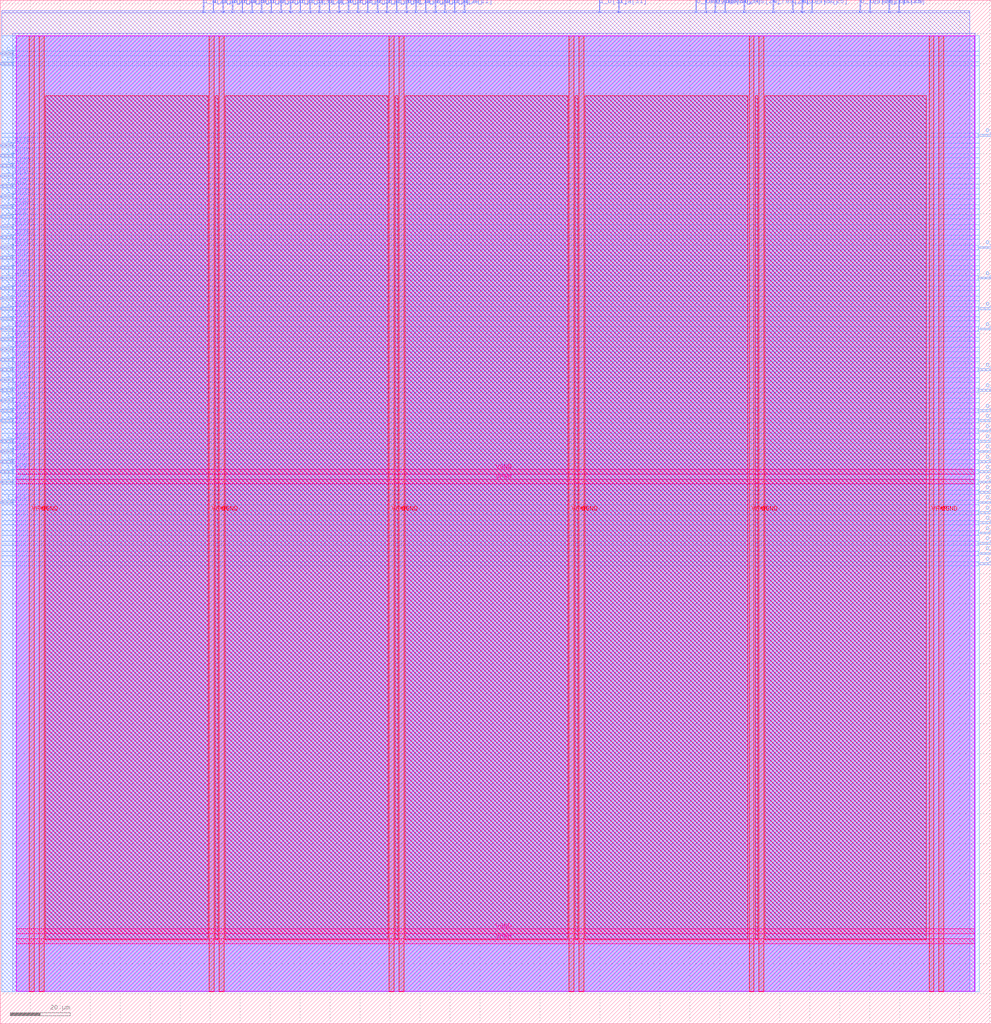
<source format=lef>
VERSION 5.7 ;
  NOWIREEXTENSIONATPIN ON ;
  DIVIDERCHAR "/" ;
  BUSBITCHARS "[]" ;
MACRO ALU
  CLASS BLOCK ;
  FOREIGN ALU ;
  ORIGIN 0.000 0.000 ;
  SIZE 330.455 BY 341.175 ;
  PIN VGND
    DIRECTION INOUT ;
    USE GROUND ;
    PORT
      LAYER met4 ;
        RECT 13.020 10.640 14.620 329.360 ;
    END
    PORT
      LAYER met4 ;
        RECT 73.020 10.640 74.620 329.360 ;
    END
    PORT
      LAYER met4 ;
        RECT 133.020 10.640 134.620 329.360 ;
    END
    PORT
      LAYER met4 ;
        RECT 193.020 10.640 194.620 329.360 ;
    END
    PORT
      LAYER met4 ;
        RECT 253.020 10.640 254.620 329.360 ;
    END
    PORT
      LAYER met4 ;
        RECT 313.020 10.640 314.620 329.360 ;
    END
    PORT
      LAYER met5 ;
        RECT 5.280 30.030 325.000 31.630 ;
    END
    PORT
      LAYER met5 ;
        RECT 5.280 183.210 325.000 184.810 ;
    END
  END VGND
  PIN VPWR
    DIRECTION INOUT ;
    USE POWER ;
    PORT
      LAYER met4 ;
        RECT 9.720 10.640 11.320 329.360 ;
    END
    PORT
      LAYER met4 ;
        RECT 69.720 10.640 71.320 329.360 ;
    END
    PORT
      LAYER met4 ;
        RECT 129.720 10.640 131.320 329.360 ;
    END
    PORT
      LAYER met4 ;
        RECT 189.720 10.640 191.320 329.360 ;
    END
    PORT
      LAYER met4 ;
        RECT 249.720 10.640 251.320 329.360 ;
    END
    PORT
      LAYER met4 ;
        RECT 309.720 10.640 311.320 329.360 ;
    END
    PORT
      LAYER met5 ;
        RECT 5.280 26.730 325.000 28.330 ;
    END
    PORT
      LAYER met5 ;
        RECT 5.280 179.910 325.000 181.510 ;
    END
  END VPWR
  PIN clk
    DIRECTION INPUT ;
    USE SIGNAL ;
    ANTENNAGATEAREA 0.852000 ;
    PORT
      LAYER met3 ;
        RECT 0.000 323.040 4.000 323.640 ;
    END
  END clk
  PIN i_a[0]
    DIRECTION INPUT ;
    USE SIGNAL ;
    ANTENNAGATEAREA 0.196500 ;
    PORT
      LAYER met3 ;
        RECT 0.000 190.440 4.000 191.040 ;
    END
  END i_a[0]
  PIN i_a[10]
    DIRECTION INPUT ;
    USE SIGNAL ;
    ANTENNAGATEAREA 0.196500 ;
    PORT
      LAYER met3 ;
        RECT 0.000 292.440 4.000 293.040 ;
    END
  END i_a[10]
  PIN i_a[11]
    DIRECTION INPUT ;
    USE SIGNAL ;
    ANTENNAGATEAREA 0.196500 ;
    PORT
      LAYER met2 ;
        RECT 154.650 337.175 154.930 341.175 ;
    END
  END i_a[11]
  PIN i_a[12]
    DIRECTION INPUT ;
    USE SIGNAL ;
    ANTENNAGATEAREA 0.196500 ;
    PORT
      LAYER met3 ;
        RECT 0.000 207.440 4.000 208.040 ;
    END
  END i_a[12]
  PIN i_a[13]
    DIRECTION INPUT ;
    USE SIGNAL ;
    ANTENNAGATEAREA 0.196500 ;
    PORT
      LAYER met2 ;
        RECT 122.450 337.175 122.730 341.175 ;
    END
  END i_a[13]
  PIN i_a[14]
    DIRECTION INPUT ;
    USE SIGNAL ;
    ANTENNAGATEAREA 0.196500 ;
    PORT
      LAYER met2 ;
        RECT 135.330 337.175 135.610 341.175 ;
    END
  END i_a[14]
  PIN i_a[15]
    DIRECTION INPUT ;
    USE SIGNAL ;
    ANTENNAGATEAREA 0.196500 ;
    PORT
      LAYER met3 ;
        RECT 0.000 251.640 4.000 252.240 ;
    END
  END i_a[15]
  PIN i_a[16]
    DIRECTION INPUT ;
    USE SIGNAL ;
    ANTENNAGATEAREA 0.196500 ;
    PORT
      LAYER met3 ;
        RECT 0.000 261.840 4.000 262.440 ;
    END
  END i_a[16]
  PIN i_a[17]
    DIRECTION INPUT ;
    USE SIGNAL ;
    ANTENNAGATEAREA 0.196500 ;
    PORT
      LAYER met2 ;
        RECT 144.990 337.175 145.270 341.175 ;
    END
  END i_a[17]
  PIN i_a[18]
    DIRECTION INPUT ;
    USE SIGNAL ;
    ANTENNAGATEAREA 0.196500 ;
    PORT
      LAYER met2 ;
        RECT 112.790 337.175 113.070 341.175 ;
    END
  END i_a[18]
  PIN i_a[19]
    DIRECTION INPUT ;
    USE SIGNAL ;
    ANTENNAGATEAREA 0.196500 ;
    PORT
      LAYER met3 ;
        RECT 0.000 289.040 4.000 289.640 ;
    END
  END i_a[19]
  PIN i_a[1]
    DIRECTION INPUT ;
    USE SIGNAL ;
    ANTENNAGATEAREA 0.196500 ;
    PORT
      LAYER met3 ;
        RECT 0.000 173.440 4.000 174.040 ;
    END
  END i_a[1]
  PIN i_a[20]
    DIRECTION INPUT ;
    USE SIGNAL ;
    ANTENNAGATEAREA 0.196500 ;
    PORT
      LAYER met3 ;
        RECT 0.000 285.640 4.000 286.240 ;
    END
  END i_a[20]
  PIN i_a[21]
    DIRECTION INPUT ;
    USE SIGNAL ;
    ANTENNAGATEAREA 0.196500 ;
    PORT
      LAYER met2 ;
        RECT 67.710 337.175 67.990 341.175 ;
    END
  END i_a[21]
  PIN i_a[22]
    DIRECTION INPUT ;
    USE SIGNAL ;
    ANTENNAGATEAREA 0.196500 ;
    PORT
      LAYER met2 ;
        RECT 90.250 337.175 90.530 341.175 ;
    END
  END i_a[22]
  PIN i_a[23]
    DIRECTION INPUT ;
    USE SIGNAL ;
    ANTENNAGATEAREA 0.196500 ;
    PORT
      LAYER met2 ;
        RECT 138.550 337.175 138.830 341.175 ;
    END
  END i_a[23]
  PIN i_a[24]
    DIRECTION INPUT ;
    USE SIGNAL ;
    ANTENNAGATEAREA 0.196500 ;
    PORT
      LAYER met2 ;
        RECT 141.770 337.175 142.050 341.175 ;
    END
  END i_a[24]
  PIN i_a[25]
    DIRECTION INPUT ;
    USE SIGNAL ;
    ANTENNAGATEAREA 0.196500 ;
    PORT
      LAYER met2 ;
        RECT 128.890 337.175 129.170 341.175 ;
    END
  END i_a[25]
  PIN i_a[26]
    DIRECTION INPUT ;
    USE SIGNAL ;
    ANTENNAGATEAREA 0.196500 ;
    PORT
      LAYER met2 ;
        RECT 125.670 337.175 125.950 341.175 ;
    END
  END i_a[26]
  PIN i_a[27]
    DIRECTION INPUT ;
    USE SIGNAL ;
    ANTENNAGATEAREA 0.196500 ;
    PORT
      LAYER met2 ;
        RECT 119.230 337.175 119.510 341.175 ;
    END
  END i_a[27]
  PIN i_a[28]
    DIRECTION INPUT ;
    USE SIGNAL ;
    ANTENNAGATEAREA 0.196500 ;
    PORT
      LAYER met2 ;
        RECT 116.010 337.175 116.290 341.175 ;
    END
  END i_a[28]
  PIN i_a[29]
    DIRECTION INPUT ;
    USE SIGNAL ;
    ANTENNAGATEAREA 0.196500 ;
    PORT
      LAYER met2 ;
        RECT 151.430 337.175 151.710 341.175 ;
    END
  END i_a[29]
  PIN i_a[2]
    DIRECTION INPUT ;
    USE SIGNAL ;
    ANTENNAGATEAREA 0.196500 ;
    PORT
      LAYER met3 ;
        RECT 0.000 180.240 4.000 180.840 ;
    END
  END i_a[2]
  PIN i_a[30]
    DIRECTION INPUT ;
    USE SIGNAL ;
    ANTENNAGATEAREA 0.196500 ;
    PORT
      LAYER met2 ;
        RECT 109.570 337.175 109.850 341.175 ;
    END
  END i_a[30]
  PIN i_a[31]
    DIRECTION INPUT ;
    USE SIGNAL ;
    ANTENNAGATEAREA 0.196500 ;
    PORT
      LAYER met2 ;
        RECT 206.170 337.175 206.450 341.175 ;
    END
  END i_a[31]
  PIN i_a[3]
    DIRECTION INPUT ;
    USE SIGNAL ;
    ANTENNAGATEAREA 0.196500 ;
    PORT
      LAYER met3 ;
        RECT 0.000 183.640 4.000 184.240 ;
    END
  END i_a[3]
  PIN i_a[4]
    DIRECTION INPUT ;
    USE SIGNAL ;
    ANTENNAGATEAREA 0.196500 ;
    PORT
      LAYER met3 ;
        RECT 0.000 204.040 4.000 204.640 ;
    END
  END i_a[4]
  PIN i_a[5]
    DIRECTION INPUT ;
    USE SIGNAL ;
    ANTENNAGATEAREA 0.196500 ;
    PORT
      LAYER met3 ;
        RECT 0.000 193.840 4.000 194.440 ;
    END
  END i_a[5]
  PIN i_a[6]
    DIRECTION INPUT ;
    USE SIGNAL ;
    ANTENNAGATEAREA 0.196500 ;
    PORT
      LAYER met3 ;
        RECT 0.000 187.040 4.000 187.640 ;
    END
  END i_a[6]
  PIN i_a[7]
    DIRECTION INPUT ;
    USE SIGNAL ;
    ANTENNAGATEAREA 0.196500 ;
    PORT
      LAYER met3 ;
        RECT 0.000 200.640 4.000 201.240 ;
    END
  END i_a[7]
  PIN i_a[8]
    DIRECTION INPUT ;
    USE SIGNAL ;
    ANTENNAGATEAREA 0.196500 ;
    PORT
      LAYER met2 ;
        RECT 132.110 337.175 132.390 341.175 ;
    END
  END i_a[8]
  PIN i_a[9]
    DIRECTION INPUT ;
    USE SIGNAL ;
    ANTENNAGATEAREA 0.196500 ;
    PORT
      LAYER met3 ;
        RECT 0.000 248.240 4.000 248.840 ;
    END
  END i_a[9]
  PIN i_b[0]
    DIRECTION INPUT ;
    USE SIGNAL ;
    ANTENNAGATEAREA 0.196500 ;
    PORT
      LAYER met2 ;
        RECT 103.130 337.175 103.410 341.175 ;
    END
  END i_b[0]
  PIN i_b[10]
    DIRECTION INPUT ;
    USE SIGNAL ;
    ANTENNAGATEAREA 0.196500 ;
    PORT
      LAYER met3 ;
        RECT 0.000 214.240 4.000 214.840 ;
    END
  END i_b[10]
  PIN i_b[11]
    DIRECTION INPUT ;
    USE SIGNAL ;
    ANTENNAGATEAREA 0.196500 ;
    PORT
      LAYER met3 ;
        RECT 0.000 238.040 4.000 238.640 ;
    END
  END i_b[11]
  PIN i_b[12]
    DIRECTION INPUT ;
    USE SIGNAL ;
    ANTENNAGATEAREA 0.196500 ;
    PORT
      LAYER met3 ;
        RECT 0.000 217.640 4.000 218.240 ;
    END
  END i_b[12]
  PIN i_b[13]
    DIRECTION INPUT ;
    USE SIGNAL ;
    ANTENNAGATEAREA 0.196500 ;
    PORT
      LAYER met3 ;
        RECT 0.000 244.840 4.000 245.440 ;
    END
  END i_b[13]
  PIN i_b[14]
    DIRECTION INPUT ;
    USE SIGNAL ;
    ANTENNAGATEAREA 0.196500 ;
    PORT
      LAYER met3 ;
        RECT 0.000 255.040 4.000 255.640 ;
    END
  END i_b[14]
  PIN i_b[15]
    DIRECTION INPUT ;
    USE SIGNAL ;
    ANTENNAGATEAREA 0.196500 ;
    PORT
      LAYER met3 ;
        RECT 0.000 231.240 4.000 231.840 ;
    END
  END i_b[15]
  PIN i_b[16]
    DIRECTION INPUT ;
    USE SIGNAL ;
    ANTENNAGATEAREA 0.196500 ;
    PORT
      LAYER met3 ;
        RECT 0.000 258.440 4.000 259.040 ;
    END
  END i_b[16]
  PIN i_b[17]
    DIRECTION INPUT ;
    USE SIGNAL ;
    ANTENNAGATEAREA 0.196500 ;
    PORT
      LAYER met3 ;
        RECT 0.000 268.640 4.000 269.240 ;
    END
  END i_b[17]
  PIN i_b[18]
    DIRECTION INPUT ;
    USE SIGNAL ;
    ANTENNAGATEAREA 0.196500 ;
    PORT
      LAYER met3 ;
        RECT 0.000 282.240 4.000 282.840 ;
    END
  END i_b[18]
  PIN i_b[19]
    DIRECTION INPUT ;
    USE SIGNAL ;
    ANTENNAGATEAREA 0.196500 ;
    PORT
      LAYER met3 ;
        RECT 0.000 265.240 4.000 265.840 ;
    END
  END i_b[19]
  PIN i_b[1]
    DIRECTION INPUT ;
    USE SIGNAL ;
    ANTENNAGATEAREA 0.196500 ;
    PORT
      LAYER met2 ;
        RECT 148.210 337.175 148.490 341.175 ;
    END
  END i_b[1]
  PIN i_b[20]
    DIRECTION INPUT ;
    USE SIGNAL ;
    ANTENNAGATEAREA 0.196500 ;
    PORT
      LAYER met3 ;
        RECT 0.000 278.840 4.000 279.440 ;
    END
  END i_b[20]
  PIN i_b[21]
    DIRECTION INPUT ;
    USE SIGNAL ;
    ANTENNAGATEAREA 0.196500 ;
    PORT
      LAYER met3 ;
        RECT 0.000 275.440 4.000 276.040 ;
    END
  END i_b[21]
  PIN i_b[22]
    DIRECTION INPUT ;
    USE SIGNAL ;
    ANTENNAGATEAREA 0.196500 ;
    PORT
      LAYER met3 ;
        RECT 0.000 272.040 4.000 272.640 ;
    END
  END i_b[22]
  PIN i_b[23]
    DIRECTION INPUT ;
    USE SIGNAL ;
    ANTENNAGATEAREA 0.196500 ;
    PORT
      LAYER met2 ;
        RECT 74.150 337.175 74.430 341.175 ;
    END
  END i_b[23]
  PIN i_b[24]
    DIRECTION INPUT ;
    USE SIGNAL ;
    ANTENNAGATEAREA 0.196500 ;
    PORT
      LAYER met2 ;
        RECT 77.370 337.175 77.650 341.175 ;
    END
  END i_b[24]
  PIN i_b[25]
    DIRECTION INPUT ;
    USE SIGNAL ;
    ANTENNAGATEAREA 0.196500 ;
    PORT
      LAYER met2 ;
        RECT 93.470 337.175 93.750 341.175 ;
    END
  END i_b[25]
  PIN i_b[26]
    DIRECTION INPUT ;
    USE SIGNAL ;
    ANTENNAGATEAREA 0.196500 ;
    PORT
      LAYER met2 ;
        RECT 96.690 337.175 96.970 341.175 ;
    END
  END i_b[26]
  PIN i_b[27]
    DIRECTION INPUT ;
    USE SIGNAL ;
    ANTENNAGATEAREA 0.196500 ;
    PORT
      LAYER met2 ;
        RECT 87.030 337.175 87.310 341.175 ;
    END
  END i_b[27]
  PIN i_b[28]
    DIRECTION INPUT ;
    USE SIGNAL ;
    ANTENNAGATEAREA 0.196500 ;
    PORT
      LAYER met2 ;
        RECT 70.930 337.175 71.210 341.175 ;
    END
  END i_b[28]
  PIN i_b[29]
    DIRECTION INPUT ;
    USE SIGNAL ;
    ANTENNAGATEAREA 0.196500 ;
    PORT
      LAYER met2 ;
        RECT 80.590 337.175 80.870 341.175 ;
    END
  END i_b[29]
  PIN i_b[2]
    DIRECTION INPUT ;
    USE SIGNAL ;
    ANTENNAGATEAREA 0.196500 ;
    PORT
      LAYER met2 ;
        RECT 106.350 337.175 106.630 341.175 ;
    END
  END i_b[2]
  PIN i_b[30]
    DIRECTION INPUT ;
    USE SIGNAL ;
    ANTENNAGATEAREA 0.196500 ;
    PORT
      LAYER met2 ;
        RECT 83.810 337.175 84.090 341.175 ;
    END
  END i_b[30]
  PIN i_b[31]
    DIRECTION INPUT ;
    USE SIGNAL ;
    ANTENNAGATEAREA 0.196500 ;
    PORT
      LAYER met2 ;
        RECT 199.730 337.175 200.010 341.175 ;
    END
  END i_b[31]
  PIN i_b[3]
    DIRECTION INPUT ;
    USE SIGNAL ;
    ANTENNAGATEAREA 0.196500 ;
    PORT
      LAYER met2 ;
        RECT 99.910 337.175 100.190 341.175 ;
    END
  END i_b[3]
  PIN i_b[4]
    DIRECTION INPUT ;
    USE SIGNAL ;
    ANTENNAGATEAREA 0.196500 ;
    PORT
      LAYER met3 ;
        RECT 0.000 234.640 4.000 235.240 ;
    END
  END i_b[4]
  PIN i_b[5]
    DIRECTION INPUT ;
    USE SIGNAL ;
    ANTENNAGATEAREA 0.196500 ;
    PORT
      LAYER met3 ;
        RECT 0.000 224.440 4.000 225.040 ;
    END
  END i_b[5]
  PIN i_b[6]
    DIRECTION INPUT ;
    USE SIGNAL ;
    ANTENNAGATEAREA 0.196500 ;
    PORT
      LAYER met3 ;
        RECT 0.000 221.040 4.000 221.640 ;
    END
  END i_b[6]
  PIN i_b[7]
    DIRECTION INPUT ;
    USE SIGNAL ;
    ANTENNAGATEAREA 0.196500 ;
    PORT
      LAYER met3 ;
        RECT 0.000 227.840 4.000 228.440 ;
    END
  END i_b[7]
  PIN i_b[8]
    DIRECTION INPUT ;
    USE SIGNAL ;
    ANTENNAGATEAREA 0.196500 ;
    PORT
      LAYER met3 ;
        RECT 0.000 241.440 4.000 242.040 ;
    END
  END i_b[8]
  PIN i_b[9]
    DIRECTION INPUT ;
    USE SIGNAL ;
    ANTENNAGATEAREA 0.196500 ;
    PORT
      LAYER met3 ;
        RECT 0.000 210.840 4.000 211.440 ;
    END
  END i_b[9]
  PIN i_vld
    DIRECTION INPUT ;
    USE SIGNAL ;
    ANTENNAGATEAREA 0.196500 ;
    PORT
      LAYER met2 ;
        RECT 264.130 337.175 264.410 341.175 ;
    END
  END i_vld
  PIN o_res[0]
    DIRECTION OUTPUT ;
    USE SIGNAL ;
    ANTENNADIFFAREA 0.445500 ;
    PORT
      LAYER met3 ;
        RECT 326.455 153.040 330.455 153.640 ;
    END
  END o_res[0]
  PIN o_res[10]
    DIRECTION OUTPUT ;
    USE SIGNAL ;
    ANTENNADIFFAREA 0.445500 ;
    PORT
      LAYER met3 ;
        RECT 326.455 180.240 330.455 180.840 ;
    END
  END o_res[10]
  PIN o_res[11]
    DIRECTION OUTPUT ;
    USE SIGNAL ;
    ANTENNADIFFAREA 0.445500 ;
    PORT
      LAYER met3 ;
        RECT 326.455 200.640 330.455 201.240 ;
    END
  END o_res[11]
  PIN o_res[12]
    DIRECTION OUTPUT ;
    USE SIGNAL ;
    ANTENNADIFFAREA 0.445500 ;
    PORT
      LAYER met3 ;
        RECT 326.455 197.240 330.455 197.840 ;
    END
  END o_res[12]
  PIN o_res[13]
    DIRECTION OUTPUT ;
    USE SIGNAL ;
    ANTENNADIFFAREA 0.445500 ;
    PORT
      LAYER met3 ;
        RECT 326.455 183.640 330.455 184.240 ;
    END
  END o_res[13]
  PIN o_res[14]
    DIRECTION OUTPUT ;
    USE SIGNAL ;
    ANTENNADIFFAREA 0.445500 ;
    PORT
      LAYER met3 ;
        RECT 326.455 204.040 330.455 204.640 ;
    END
  END o_res[14]
  PIN o_res[15]
    DIRECTION OUTPUT ;
    USE SIGNAL ;
    ANTENNADIFFAREA 0.445500 ;
    PORT
      LAYER met3 ;
        RECT 326.455 193.840 330.455 194.440 ;
    END
  END o_res[15]
  PIN o_res[16]
    DIRECTION OUTPUT ;
    USE SIGNAL ;
    ANTENNADIFFAREA 0.445500 ;
    PORT
      LAYER met3 ;
        RECT 326.455 210.840 330.455 211.440 ;
    END
  END o_res[16]
  PIN o_res[17]
    DIRECTION OUTPUT ;
    USE SIGNAL ;
    ANTENNADIFFAREA 0.445500 ;
    PORT
      LAYER met3 ;
        RECT 326.455 231.240 330.455 231.840 ;
    END
  END o_res[17]
  PIN o_res[18]
    DIRECTION OUTPUT ;
    USE SIGNAL ;
    ANTENNADIFFAREA 0.445500 ;
    PORT
      LAYER met3 ;
        RECT 326.455 217.640 330.455 218.240 ;
    END
  END o_res[18]
  PIN o_res[19]
    DIRECTION OUTPUT ;
    USE SIGNAL ;
    ANTENNADIFFAREA 0.445500 ;
    PORT
      LAYER met3 ;
        RECT 326.455 238.040 330.455 238.640 ;
    END
  END o_res[19]
  PIN o_res[1]
    DIRECTION OUTPUT ;
    USE SIGNAL ;
    ANTENNADIFFAREA 0.445500 ;
    PORT
      LAYER met3 ;
        RECT 326.455 163.240 330.455 163.840 ;
    END
  END o_res[1]
  PIN o_res[20]
    DIRECTION OUTPUT ;
    USE SIGNAL ;
    ANTENNADIFFAREA 0.445500 ;
    PORT
      LAYER met3 ;
        RECT 326.455 258.440 330.455 259.040 ;
    END
  END o_res[20]
  PIN o_res[21]
    DIRECTION OUTPUT ;
    USE SIGNAL ;
    ANTENNADIFFAREA 0.445500 ;
    PORT
      LAYER met3 ;
        RECT 326.455 248.240 330.455 248.840 ;
    END
  END o_res[21]
  PIN o_res[22]
    DIRECTION OUTPUT ;
    USE SIGNAL ;
    ANTENNADIFFAREA 0.445500 ;
    PORT
      LAYER met3 ;
        RECT 326.455 295.840 330.455 296.440 ;
    END
  END o_res[22]
  PIN o_res[23]
    DIRECTION OUTPUT ;
    USE SIGNAL ;
    ANTENNADIFFAREA 0.445500 ;
    PORT
      LAYER met2 ;
        RECT 286.670 337.175 286.950 341.175 ;
    END
  END o_res[23]
  PIN o_res[24]
    DIRECTION OUTPUT ;
    USE SIGNAL ;
    ANTENNADIFFAREA 0.445500 ;
    PORT
      LAYER met2 ;
        RECT 248.030 337.175 248.310 341.175 ;
    END
  END o_res[24]
  PIN o_res[25]
    DIRECTION OUTPUT ;
    USE SIGNAL ;
    ANTENNADIFFAREA 0.445500 ;
    PORT
      LAYER met2 ;
        RECT 270.570 337.175 270.850 341.175 ;
    END
  END o_res[25]
  PIN o_res[26]
    DIRECTION OUTPUT ;
    USE SIGNAL ;
    ANTENNADIFFAREA 0.445500 ;
    PORT
      LAYER met2 ;
        RECT 257.690 337.175 257.970 341.175 ;
    END
  END o_res[26]
  PIN o_res[27]
    DIRECTION OUTPUT ;
    USE SIGNAL ;
    ANTENNADIFFAREA 0.445500 ;
    PORT
      LAYER met2 ;
        RECT 289.890 337.175 290.170 341.175 ;
    END
  END o_res[27]
  PIN o_res[28]
    DIRECTION OUTPUT ;
    USE SIGNAL ;
    ANTENNADIFFAREA 0.445500 ;
    PORT
      LAYER met2 ;
        RECT 296.330 337.175 296.610 341.175 ;
    END
  END o_res[28]
  PIN o_res[29]
    DIRECTION OUTPUT ;
    USE SIGNAL ;
    ANTENNADIFFAREA 0.445500 ;
    PORT
      LAYER met2 ;
        RECT 241.590 337.175 241.870 341.175 ;
    END
  END o_res[29]
  PIN o_res[2]
    DIRECTION OUTPUT ;
    USE SIGNAL ;
    ANTENNADIFFAREA 0.445500 ;
    PORT
      LAYER met3 ;
        RECT 326.455 156.440 330.455 157.040 ;
    END
  END o_res[2]
  PIN o_res[30]
    DIRECTION OUTPUT ;
    USE SIGNAL ;
    ANTENNADIFFAREA 0.445500 ;
    PORT
      LAYER met2 ;
        RECT 267.350 337.175 267.630 341.175 ;
    END
  END o_res[30]
  PIN o_res[31]
    DIRECTION OUTPUT ;
    USE SIGNAL ;
    ANTENNADIFFAREA 0.445500 ;
    PORT
      LAYER met2 ;
        RECT 238.370 337.175 238.650 341.175 ;
    END
  END o_res[31]
  PIN o_res[3]
    DIRECTION OUTPUT ;
    USE SIGNAL ;
    ANTENNADIFFAREA 0.445500 ;
    PORT
      LAYER met3 ;
        RECT 326.455 166.640 330.455 167.240 ;
    END
  END o_res[3]
  PIN o_res[4]
    DIRECTION OUTPUT ;
    USE SIGNAL ;
    ANTENNADIFFAREA 0.445500 ;
    PORT
      LAYER met3 ;
        RECT 326.455 187.040 330.455 187.640 ;
    END
  END o_res[4]
  PIN o_res[5]
    DIRECTION OUTPUT ;
    USE SIGNAL ;
    ANTENNADIFFAREA 0.445500 ;
    PORT
      LAYER met3 ;
        RECT 326.455 176.840 330.455 177.440 ;
    END
  END o_res[5]
  PIN o_res[6]
    DIRECTION OUTPUT ;
    USE SIGNAL ;
    ANTENNADIFFAREA 0.445500 ;
    PORT
      LAYER met3 ;
        RECT 326.455 190.440 330.455 191.040 ;
    END
  END o_res[6]
  PIN o_res[7]
    DIRECTION OUTPUT ;
    USE SIGNAL ;
    ANTENNADIFFAREA 0.445500 ;
    PORT
      LAYER met3 ;
        RECT 326.455 173.440 330.455 174.040 ;
    END
  END o_res[7]
  PIN o_res[8]
    DIRECTION OUTPUT ;
    USE SIGNAL ;
    ANTENNADIFFAREA 0.445500 ;
    PORT
      LAYER met3 ;
        RECT 326.455 170.040 330.455 170.640 ;
    END
  END o_res[8]
  PIN o_res[9]
    DIRECTION OUTPUT ;
    USE SIGNAL ;
    ANTENNADIFFAREA 0.445500 ;
    PORT
      LAYER met3 ;
        RECT 326.455 159.840 330.455 160.440 ;
    END
  END o_res[9]
  PIN o_res_vld
    DIRECTION OUTPUT ;
    USE SIGNAL ;
    ANTENNADIFFAREA 0.445500 ;
    PORT
      LAYER met2 ;
        RECT 231.930 337.175 232.210 341.175 ;
    END
  END o_res_vld
  PIN opcode
    DIRECTION INPUT ;
    USE SIGNAL ;
    ANTENNAGATEAREA 0.196500 ;
    PORT
      LAYER met2 ;
        RECT 299.550 337.175 299.830 341.175 ;
    END
  END opcode
  PIN overflow
    DIRECTION OUTPUT ;
    USE SIGNAL ;
    ANTENNADIFFAREA 0.445500 ;
    PORT
      LAYER met2 ;
        RECT 235.150 337.175 235.430 341.175 ;
    END
  END overflow
  PIN rst
    DIRECTION INPUT ;
    USE SIGNAL ;
    ANTENNAGATEAREA 0.213000 ;
    PORT
      LAYER met3 ;
        RECT 0.000 319.640 4.000 320.240 ;
    END
  END rst
  OBS
      LAYER nwell ;
        RECT 5.330 10.795 324.950 329.310 ;
      LAYER li1 ;
        RECT 5.520 10.795 324.760 329.205 ;
      LAYER met1 ;
        RECT 4.210 10.640 325.060 330.100 ;
      LAYER met2 ;
        RECT 0.550 336.895 67.430 337.690 ;
        RECT 68.270 336.895 70.650 337.690 ;
        RECT 71.490 336.895 73.870 337.690 ;
        RECT 74.710 336.895 77.090 337.690 ;
        RECT 77.930 336.895 80.310 337.690 ;
        RECT 81.150 336.895 83.530 337.690 ;
        RECT 84.370 336.895 86.750 337.690 ;
        RECT 87.590 336.895 89.970 337.690 ;
        RECT 90.810 336.895 93.190 337.690 ;
        RECT 94.030 336.895 96.410 337.690 ;
        RECT 97.250 336.895 99.630 337.690 ;
        RECT 100.470 336.895 102.850 337.690 ;
        RECT 103.690 336.895 106.070 337.690 ;
        RECT 106.910 336.895 109.290 337.690 ;
        RECT 110.130 336.895 112.510 337.690 ;
        RECT 113.350 336.895 115.730 337.690 ;
        RECT 116.570 336.895 118.950 337.690 ;
        RECT 119.790 336.895 122.170 337.690 ;
        RECT 123.010 336.895 125.390 337.690 ;
        RECT 126.230 336.895 128.610 337.690 ;
        RECT 129.450 336.895 131.830 337.690 ;
        RECT 132.670 336.895 135.050 337.690 ;
        RECT 135.890 336.895 138.270 337.690 ;
        RECT 139.110 336.895 141.490 337.690 ;
        RECT 142.330 336.895 144.710 337.690 ;
        RECT 145.550 336.895 147.930 337.690 ;
        RECT 148.770 336.895 151.150 337.690 ;
        RECT 151.990 336.895 154.370 337.690 ;
        RECT 155.210 336.895 199.450 337.690 ;
        RECT 200.290 336.895 205.890 337.690 ;
        RECT 206.730 336.895 231.650 337.690 ;
        RECT 232.490 336.895 234.870 337.690 ;
        RECT 235.710 336.895 238.090 337.690 ;
        RECT 238.930 336.895 241.310 337.690 ;
        RECT 242.150 336.895 247.750 337.690 ;
        RECT 248.590 336.895 257.410 337.690 ;
        RECT 258.250 336.895 263.850 337.690 ;
        RECT 264.690 336.895 267.070 337.690 ;
        RECT 267.910 336.895 270.290 337.690 ;
        RECT 271.130 336.895 286.390 337.690 ;
        RECT 287.230 336.895 289.610 337.690 ;
        RECT 290.450 336.895 296.050 337.690 ;
        RECT 296.890 336.895 299.270 337.690 ;
        RECT 300.110 336.895 323.290 337.690 ;
        RECT 0.550 10.695 323.290 336.895 ;
      LAYER met3 ;
        RECT 0.525 324.040 326.455 329.285 ;
        RECT 4.400 322.640 326.455 324.040 ;
        RECT 0.525 320.640 326.455 322.640 ;
        RECT 4.400 319.240 326.455 320.640 ;
        RECT 0.525 296.840 326.455 319.240 ;
        RECT 0.525 295.440 326.055 296.840 ;
        RECT 0.525 293.440 326.455 295.440 ;
        RECT 4.400 292.040 326.455 293.440 ;
        RECT 0.525 290.040 326.455 292.040 ;
        RECT 4.400 288.640 326.455 290.040 ;
        RECT 0.525 286.640 326.455 288.640 ;
        RECT 4.400 285.240 326.455 286.640 ;
        RECT 0.525 283.240 326.455 285.240 ;
        RECT 4.400 281.840 326.455 283.240 ;
        RECT 0.525 279.840 326.455 281.840 ;
        RECT 4.400 278.440 326.455 279.840 ;
        RECT 0.525 276.440 326.455 278.440 ;
        RECT 4.400 275.040 326.455 276.440 ;
        RECT 0.525 273.040 326.455 275.040 ;
        RECT 4.400 271.640 326.455 273.040 ;
        RECT 0.525 269.640 326.455 271.640 ;
        RECT 4.400 268.240 326.455 269.640 ;
        RECT 0.525 266.240 326.455 268.240 ;
        RECT 4.400 264.840 326.455 266.240 ;
        RECT 0.525 262.840 326.455 264.840 ;
        RECT 4.400 261.440 326.455 262.840 ;
        RECT 0.525 259.440 326.455 261.440 ;
        RECT 4.400 258.040 326.055 259.440 ;
        RECT 0.525 256.040 326.455 258.040 ;
        RECT 4.400 254.640 326.455 256.040 ;
        RECT 0.525 252.640 326.455 254.640 ;
        RECT 4.400 251.240 326.455 252.640 ;
        RECT 0.525 249.240 326.455 251.240 ;
        RECT 4.400 247.840 326.055 249.240 ;
        RECT 0.525 245.840 326.455 247.840 ;
        RECT 4.400 244.440 326.455 245.840 ;
        RECT 0.525 242.440 326.455 244.440 ;
        RECT 4.400 241.040 326.455 242.440 ;
        RECT 0.525 239.040 326.455 241.040 ;
        RECT 4.400 237.640 326.055 239.040 ;
        RECT 0.525 235.640 326.455 237.640 ;
        RECT 4.400 234.240 326.455 235.640 ;
        RECT 0.525 232.240 326.455 234.240 ;
        RECT 4.400 230.840 326.055 232.240 ;
        RECT 0.525 228.840 326.455 230.840 ;
        RECT 4.400 227.440 326.455 228.840 ;
        RECT 0.525 225.440 326.455 227.440 ;
        RECT 4.400 224.040 326.455 225.440 ;
        RECT 0.525 222.040 326.455 224.040 ;
        RECT 4.400 220.640 326.455 222.040 ;
        RECT 0.525 218.640 326.455 220.640 ;
        RECT 4.400 217.240 326.055 218.640 ;
        RECT 0.525 215.240 326.455 217.240 ;
        RECT 4.400 213.840 326.455 215.240 ;
        RECT 0.525 211.840 326.455 213.840 ;
        RECT 4.400 210.440 326.055 211.840 ;
        RECT 0.525 208.440 326.455 210.440 ;
        RECT 4.400 207.040 326.455 208.440 ;
        RECT 0.525 205.040 326.455 207.040 ;
        RECT 4.400 203.640 326.055 205.040 ;
        RECT 0.525 201.640 326.455 203.640 ;
        RECT 4.400 200.240 326.055 201.640 ;
        RECT 0.525 198.240 326.455 200.240 ;
        RECT 0.525 196.840 326.055 198.240 ;
        RECT 0.525 194.840 326.455 196.840 ;
        RECT 4.400 193.440 326.055 194.840 ;
        RECT 0.525 191.440 326.455 193.440 ;
        RECT 4.400 190.040 326.055 191.440 ;
        RECT 0.525 188.040 326.455 190.040 ;
        RECT 4.400 186.640 326.055 188.040 ;
        RECT 0.525 184.640 326.455 186.640 ;
        RECT 4.400 183.240 326.055 184.640 ;
        RECT 0.525 181.240 326.455 183.240 ;
        RECT 4.400 179.840 326.055 181.240 ;
        RECT 0.525 177.840 326.455 179.840 ;
        RECT 0.525 176.440 326.055 177.840 ;
        RECT 0.525 174.440 326.455 176.440 ;
        RECT 4.400 173.040 326.055 174.440 ;
        RECT 0.525 171.040 326.455 173.040 ;
        RECT 0.525 169.640 326.055 171.040 ;
        RECT 0.525 167.640 326.455 169.640 ;
        RECT 0.525 166.240 326.055 167.640 ;
        RECT 0.525 164.240 326.455 166.240 ;
        RECT 0.525 162.840 326.055 164.240 ;
        RECT 0.525 160.840 326.455 162.840 ;
        RECT 0.525 159.440 326.055 160.840 ;
        RECT 0.525 157.440 326.455 159.440 ;
        RECT 0.525 156.040 326.055 157.440 ;
        RECT 0.525 154.040 326.455 156.040 ;
        RECT 0.525 152.640 326.055 154.040 ;
        RECT 0.525 10.715 326.455 152.640 ;
      LAYER met4 ;
        RECT 15.020 28.055 69.320 309.225 ;
        RECT 71.720 28.055 72.620 309.225 ;
        RECT 75.020 28.055 129.320 309.225 ;
        RECT 131.720 28.055 132.620 309.225 ;
        RECT 135.020 28.055 189.320 309.225 ;
        RECT 191.720 28.055 192.620 309.225 ;
        RECT 195.020 28.055 249.320 309.225 ;
        RECT 251.720 28.055 252.620 309.225 ;
        RECT 255.020 28.055 308.825 309.225 ;
  END
END ALU
END LIBRARY


</source>
